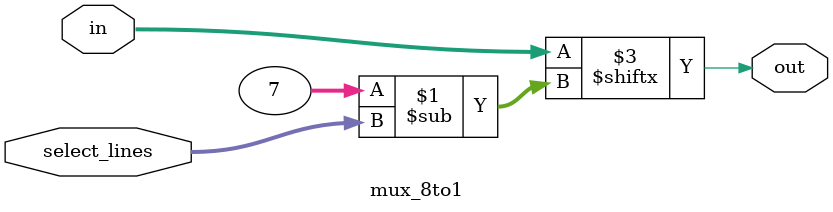
<source format=v>
module mux_8to1(input [0:7] in, 
               input [2:0] select_lines,
               output out);
   assign out = in[select_lines];
endmodule

   
</source>
